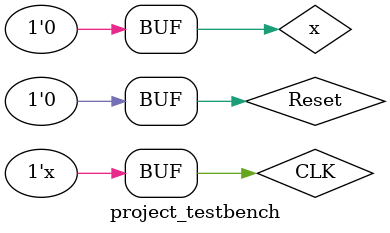
<source format=v>
`timescale 1ns / 1ps

/****************************************************************************************************/
/*       __      __     _________      _       _      _________      _________      _________       */
/*       \$\    /$/    |$$$$$$$$$|    |$|     |$|    |$$$$$$$$$|    |$$$$$$$$$|    |$$$$$$$$$|      */
/*        \$\  /$/     |$|     |$|    |$|     |$|    |$|     |$|    |$|     |$|    |$|              */
/*         \$\/$/      |$|     |$|    |$|     |$|    |$|_______     |$|     |$|    |$|_____         */
/*          |$$|       |$|     |$|    |$|     |$|    |$$$$$$$$$|    |$|     |$|    |$$$$$$$|        */
/*          |$$|       |$|     |$|    |$|     |$|     _      |$|    |$|     |$|    |$|              */
/*          |$$|       |$|_____|$|    |$|_____|$|    |$|_____|$|    |$|     |$|    |$|              */
/*          |$$|       |$$$$$$$$$|    |$$$$$$$$$|    |$$$$$$$$$|    |$$$$$$$$$|    |$|              */
/*                                                                                                  */
/****************************************************************************************************/

module project_testbench;

	// Inputs
	reg x;
	reg CLK;
	reg Reset;

	// Outputs
	wire [7:0] out;

	// Instantiate the Unit Under Test (UUT)
	project uut (
		.x(x), 
		.CLK(CLK), 
		.Reset(Reset), 
		.out(out)
	);
	initial 
	begin 
	
		CLK = 1'b0;
		Reset = 1'b1;
		#15 Reset = 0;
	
	end
	
	always #5 CLK = ~CLK;
	
	initial 
	begin
		
			 x = 0;
		#10 x = 1; //
		#10 x = 1; // in sequence baraye tempreture hast
		#10 x = 1; //
		
		#10 x = 0;
		#10 x = 0;
		
		#10 x = 0; //
		#10 x = 1; // in sequence baraye humidity hast 
		#10 x = 0; //
		
		#10 x = 0;
		#10 x = 1;
		
		#10 x = 1; //
		#10 x = 0; // in sequence baraye wind hast 
		#10 x = 1; //
		
		#10 x = 1;
		#10 x = 0;
		
	end
      
endmodule


</source>
